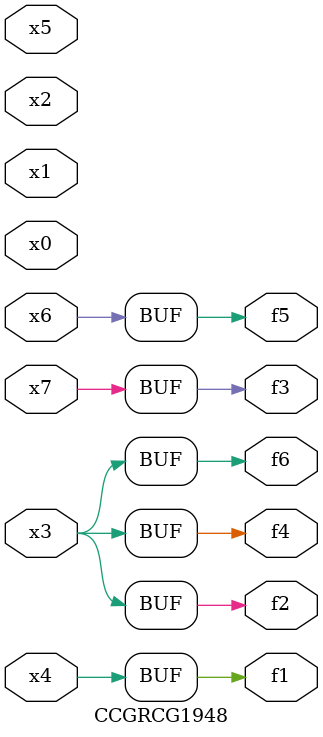
<source format=v>
module CCGRCG1948(
	input x0, x1, x2, x3, x4, x5, x6, x7,
	output f1, f2, f3, f4, f5, f6
);
	assign f1 = x4;
	assign f2 = x3;
	assign f3 = x7;
	assign f4 = x3;
	assign f5 = x6;
	assign f6 = x3;
endmodule

</source>
